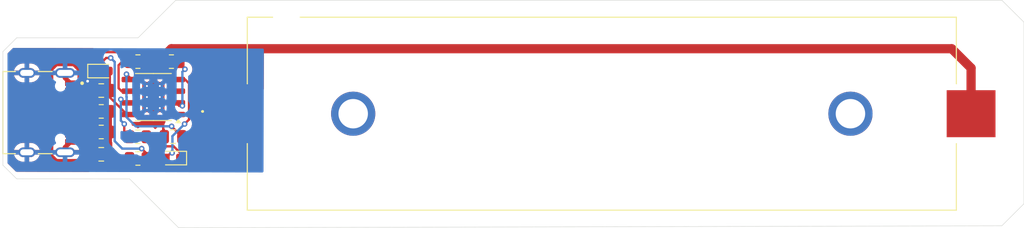
<source format=kicad_pcb>
(kicad_pcb (version 20241229) (generator "pcbnew") (generator_version "9.0")
  (layers (0 "F.Cu" signal) (2 "B.Cu" signal) (13 "F.Paste" user) (15 "B.Paste" user) (5 "F.SilkS" user "F.Silkscreen") (7 "B.SilkS" user "B.Silkscreen") (1 "F.Mask" user) (3 "B.Mask" user) (25 "Edge.Cuts" user))
  (net 0 "")
  (net 1 "GND")
  (net 2 "Net-(D1-A)")
  (net 3 "Net-(U1-BAT)")
  (net 4 "+5V")
  (net 5 "Net-(D1-K)")
  (net 6 "Net-(D2-K)")
  (net 7 "Net-(J6-CC1)")
  (net 9 "Net-(J6-CC2)")
  (net 11 "Net-(U1-PROG)")
  (net 12 "Net-(U1-~{STDBY})")
  (net 13 "Net-(U1-~{CHRG})")
  (footprint "18650 Battery Holder:12BHC186P1GR" (layer "F.Cu") (at 168.65 87.15)
    (property "Reference" "U2" (hide yes))
    (property "Value" "12BHC186P1-GR" (hide yes))
    (fp_line (start -43.4 -0.25) (end -43.4 -0.25) (stroke (width 0.2)) (layer "F.SilkS"))
    (fp_line (start -43.4 -0.25) (end -43.4 -0.25) (stroke (width 0.2)) (layer "F.SilkS"))
    (fp_line (start -43.3 -0.25) (end -43.3 -0.25) (stroke (width 0.2)) (layer "F.SilkS"))
    (fp_line (start -38.5 -10.5) (end -38.5 -10.5) (stroke (width 0.1)) (layer "F.SilkS"))
    (fp_line (start -38.5 -10.5) (end -38.5 -10.5) (stroke (width 0.1)) (layer "F.SilkS"))
    (fp_line (start -38.5 -10.5) (end -38.5 -3.25) (stroke (width 0.1)) (layer "F.SilkS"))
    (fp_line (start -38.5 -10.5) (end -35.75 -10.5) (stroke (width 0.1)) (layer "F.SilkS"))
    (fp_line (start -38.5 -3.25) (end -38.5 -10.5) (stroke (width 0.1)) (layer "F.SilkS"))
    (fp_line (start -38.5 -3.25) (end -38.5 -3.25) (stroke (width 0.1)) (layer "F.SilkS"))
    (fp_line (start -38.5 3.25) (end -38.5 3.25) (stroke (width 0.1)) (layer "F.SilkS"))
    (fp_line (start -38.5 3.25) (end -38.5 10.5) (stroke (width 0.1)) (layer "F.SilkS"))
    (fp_line (start -38.5 10.5) (end -38.5 3.25) (stroke (width 0.1)) (layer "F.SilkS"))
    (fp_line (start -38.5 10.5) (end -38.5 10.5) (stroke (width 0.1)) (layer "F.SilkS"))
    (fp_line (start -38.5 10.5) (end -38.5 10.5) (stroke (width 0.1)) (layer "F.SilkS"))
    (fp_line (start -38.5 10.5) (end 38.5 10.5) (stroke (width 0.1)) (layer "F.SilkS"))
    (fp_line (start -35.75 -10.5) (end -38.5 -10.5) (stroke (width 0.1)) (layer "F.SilkS"))
    (fp_line (start -35.75 -10.5) (end -35.75 -10.5) (stroke (width 0.1)) (layer "F.SilkS"))
    (fp_line (start -32.75 -10.5) (end -32.75 -10.5) (stroke (width 0.1)) (layer "F.SilkS"))
    (fp_line (start -32.75 -10.5) (end 38.5 -10.5) (stroke (width 0.1)) (layer "F.SilkS"))
    (fp_line (start 38.5 -10.5) (end -32.75 -10.5) (stroke (width 0.1)) (layer "F.SilkS"))
    (fp_line (start 38.5 -10.5) (end 38.5 -10.5) (stroke (width 0.1)) (layer "F.SilkS"))
    (fp_line (start 38.5 -10.5) (end 38.5 -10.5) (stroke (width 0.1)) (layer "F.SilkS"))
    (fp_line (start 38.5 -10.5) (end 38.5 -3.25) (stroke (width 0.1)) (layer "F.SilkS"))
    (fp_line (start 38.5 -3.25) (end 38.5 -10.5) (stroke (width 0.1)) (layer "F.SilkS"))
    (fp_line (start 38.5 -3.25) (end 38.5 -3.25) (stroke (width 0.1)) (layer "F.SilkS"))
    (fp_line (start 38.5 3.25) (end 38.5 3.25) (stroke (width 0.1)) (layer "F.SilkS"))
    (fp_line (start 38.5 3.25) (end 38.5 10.5) (stroke (width 0.1)) (layer "F.SilkS"))
    (fp_line (start 38.5 10.5) (end -38.5 10.5) (stroke (width 0.1)) (layer "F.SilkS"))
    (fp_line (start 38.5 10.5) (end 38.5 3.25) (stroke (width 0.1)) (layer "F.SilkS"))
    (fp_line (start 38.5 10.5) (end 38.5 10.5) (stroke (width 0.1)) (layer "F.SilkS"))
    (fp_line (start 38.5 10.5) (end 38.5 10.5) (stroke (width 0.1)) (layer "F.SilkS"))
    (fp_arc (start -43.4 -0.25) (mid -43.35 -0.3) (end -43.3 -0.25) (stroke (width 0.2)) (layer "F.SilkS"))
    (fp_arc (start -43.3 -0.25) (mid -43.35 -0.2) (end -43.4 -0.25) (stroke (width 0.2)) (layer "F.SilkS"))
    (fp_arc (start -43.3 -0.25) (mid -43.35 -0.2) (end -43.4 -0.25) (stroke (width 0.2)) (layer "F.SilkS"))
    (pad "" np_thru_hole circle (at -34.25 -9.75) (size 2 2) (drill 2) (layers "*.Cu" "*.Mask"))
    (pad "1" smd rect (at -40.1 0 90) (size 5.12 5.3) (layers "F.Cu" "F.Mask" "F.Paste") (net 3 "Net-(U1-BAT)"))
    (pad "2" smd rect (at 40.1 0 90) (size 5.12 5.3) (layers "F.Cu" "F.Mask" "F.Paste") (net 1 "GND"))
    (pad "MH1" thru_hole circle (at -27 0) (size 4.8 4.8) (drill 3.2) (layers "*.Cu" "*.Mask"))
    (pad "MH2" thru_hole circle (at 27 0) (size 4.8 4.8) (drill 3.2) (layers "*.Cu" "*.Mask"))
  )
  (footprint "Resistor_SMD:R_0805_2012Metric" (layer "F.Cu") (at 114.29 89.14)
    (property "Reference" "R4" (hide yes))
    (property "Value" "5.1kΩ" (hide yes))
    (fp_line (start -0.227064 -0.735) (end 0.227064 -0.735) (stroke (width 0.12)) (layer "F.SilkS"))
    (fp_line (start -0.227064 0.735) (end 0.227064 0.735) (stroke (width 0.12)) (layer "F.SilkS"))
    (pad "1" smd roundrect (at -0.9125 0) (size 1.025 1.4) (layers "F.Cu" "F.Mask" "F.Paste") (roundrect_rratio 0.243902) (net 9 "Net-(J6-CC2)"))
    (pad "2" smd roundrect (at 0.9125 0) (size 1.025 1.4) (layers "F.Cu" "F.Mask" "F.Paste") (roundrect_rratio 0.243902) (net 1 "GND"))
  )
  (footprint "LED_SMD:LED_0603_1608Metric" (layer "F.Cu") (at 114.31 82.51)
    (property "Reference" "D1" (hide yes))
    (property "Value" "LED" (hide yes))
    (fp_line (start -1.485 -0.735) (end -1.485 0.735) (stroke (width 0.12)) (layer "F.SilkS"))
    (fp_line (start -1.485 0.735) (end 0.8 0.735) (stroke (width 0.12)) (layer "F.SilkS"))
    (fp_line (start 0.8 -0.735) (end -1.485 -0.735) (stroke (width 0.12)) (layer "F.SilkS"))
    (pad "1" smd roundrect (at -0.7875 0) (size 0.875 0.95) (layers "F.Cu" "F.Mask" "F.Paste") (net 5 "Net-(D1-K)"))
    (pad "2" smd roundrect (at 0.7875 0) (size 0.875 0.95) (layers "F.Cu" "F.Mask" "F.Paste") (net 2 "Net-(D1-A)"))
  )
  (footprint "Package_SO:SOIC-8-1EP_3.9x4.9mm_P1.27mm_EP2.41x3.3mm_ThermalVias" (layer "F.Cu") (at 119.95 85.335 180)
    (property "Reference" "U1" (hide yes))
    (property "Value" "TP4056-42-ESOP8" (hide yes))
    (fp_line (start 0 2.56) (end 1.95 2.56) (stroke (width 0.12)) (layer "F.SilkS"))
    (fp_line (start 0 2.56) (end -1.95 2.56) (stroke (width 0.12)) (layer "F.SilkS"))
    (fp_line (start 0 -2.56) (end 1.95 -2.56) (stroke (width 0.12)) (layer "F.SilkS"))
    (fp_line (start 0 -2.56) (end -1.95 -2.56) (stroke (width 0.12)) (layer "F.SilkS"))
    (fp_poly (pts (xy -2.7 -2.465) (xy -2.94 -2.795) (xy -2.46 -2.795)) (stroke (width 0.12)) (fill yes) (layer "F.SilkS"))
    (pad "1" smd roundrect (at -2.475 -1.905 180) (size 1.95 0.6) (layers "F.Cu" "F.Mask" "F.Paste"))
    (pad "2" smd roundrect (at -2.475 -0.635 180) (size 1.95 0.6) (layers "F.Cu" "F.Mask" "F.Paste") (net 11 "Net-(U1-PROG)"))
    (pad "3" smd roundrect (at -2.475 0.635 180) (size 1.95 0.6) (layers "F.Cu" "F.Mask" "F.Paste") (net 1 "GND"))
    (pad "4" smd roundrect (at -2.475 1.905 180) (size 1.95 0.6) (layers "F.Cu" "F.Mask" "F.Paste") (net 2 "Net-(D1-A)"))
    (pad "5" smd roundrect (at 2.475 1.905 180) (size 1.95 0.6) (layers "F.Cu" "F.Mask" "F.Paste") (net 3 "Net-(U1-BAT)"))
    (pad "6" smd roundrect (at 2.475 0.635 180) (size 1.95 0.6) (layers "F.Cu" "F.Mask" "F.Paste") (net 12 "Net-(U1-~{STDBY})"))
    (pad "7" smd roundrect (at 2.475 -0.635 180) (size 1.95 0.6) (layers "F.Cu" "F.Mask" "F.Paste") (net 13 "Net-(U1-~{CHRG})"))
    (pad "8" smd roundrect (at 2.475 -1.905 180) (size 1.95 0.6) (layers "F.Cu" "F.Mask" "F.Paste") (net 2 "Net-(D1-A)"))
    (pad "9" thru_hole circle (at -0.7 -1.2 180) (size 0.5 0.5) (drill 0.2) (property pad_prop_heatsink) (layers "*.Cu") (net 1 "GND"))
    (pad "9" thru_hole circle (at -0.7 0 180) (size 0.5 0.5) (drill 0.2) (property pad_prop_heatsink) (layers "*.Cu") (net 1 "GND"))
    (pad "9" thru_hole circle (at -0.7 1.2 180) (size 0.5 0.5) (drill 0.2) (property pad_prop_heatsink) (layers "*.Cu") (net 1 "GND"))
    (pad "9" smd rect (at 0 0 180) (size 1.9 2.9) (property pad_prop_heatsink) (layers "B.Cu") (net 1 "GND"))
    (pad "9" smd rect (at 0 0 180) (size 2.41 3.3) (property pad_prop_heatsink) (layers "F.Cu" "F.Mask") (net 1 "GND"))
    (pad "9" thru_hole circle (at 0.7 -1.2 180) (size 0.5 0.5) (drill 0.2) (property pad_prop_heatsink) (layers "*.Cu") (net 1 "GND"))
    (pad "9" thru_hole circle (at 0.7 0 180) (size 0.5 0.5) (drill 0.2) (property pad_prop_heatsink) (layers "*.Cu") (net 1 "GND"))
    (pad "9" thru_hole circle (at 0.7 1.2 180) (size 0.5 0.5) (drill 0.2) (property pad_prop_heatsink) (layers "*.Cu") (net 1 "GND"))
  )
  (footprint "Capacitor_SMD:C_0805_2012Metric" (layer "F.Cu") (at 114.29 91.57)
    (property "Reference" "C3" (hide yes))
    (property "Value" "10uF" (hide yes))
    (fp_line (start -0.261252 -0.735) (end 0.261252 -0.735) (stroke (width 0.12)) (layer "F.SilkS"))
    (fp_line (start -0.261252 0.735) (end 0.261252 0.735) (stroke (width 0.12)) (layer "F.SilkS"))
    (pad "1" smd roundrect (at -0.95 0) (size 1 1.45) (layers "F.Cu" "F.Mask" "F.Paste") (net 4 "+5V"))
    (pad "2" smd roundrect (at 0.95 0) (size 1 1.45) (layers "F.Cu" "F.Mask" "F.Paste") (net 1 "GND"))
  )
  (footprint "Resistor_SMD:R_0805_2012Metric" (layer "F.Cu") (at 121.91 81.48 180)
    (property "Reference" "R2" (hide yes))
    (property "Value" "1.33kΩ" (hide yes))
    (fp_line (start -0.227064 0.735) (end 0.227064 0.735) (stroke (width 0.12)) (layer "F.SilkS"))
    (fp_line (start -0.227064 -0.735) (end 0.227064 -0.735) (stroke (width 0.12)) (layer "F.SilkS"))
    (pad "1" smd roundrect (at -0.9125 0 180) (size 1.025 1.4) (layers "F.Cu" "F.Mask" "F.Paste") (roundrect_rratio 0.243902) (net 11 "Net-(U1-PROG)"))
    (pad "2" smd roundrect (at 0.9125 0 180) (size 1.025 1.4) (layers "F.Cu" "F.Mask" "F.Paste") (roundrect_rratio 0.243902) (net 1 "GND"))
  )
  (footprint "Resistor_SMD:R_0805_2012Metric" (layer "F.Cu") (at 118.27 81.48 180)
    (property "Reference" "R3" (hide yes))
    (property "Value" "1kΩ" (hide yes))
    (fp_line (start -0.227064 0.735) (end 0.227064 0.735) (stroke (width 0.12)) (layer "F.SilkS"))
    (fp_line (start -0.227064 -0.735) (end 0.227064 -0.735) (stroke (width 0.12)) (layer "F.SilkS"))
    (pad "1" smd roundrect (at -0.9125 0 180) (size 1.025 1.4) (layers "F.Cu" "F.Mask" "F.Paste") (roundrect_rratio 0.243902) (net 5 "Net-(D1-K)"))
    (pad "2" smd roundrect (at 0.9125 0 180) (size 1.025 1.4) (layers "F.Cu" "F.Mask" "F.Paste") (roundrect_rratio 0.243902) (net 12 "Net-(U1-~{STDBY})"))
  )
  (footprint "Resistor_SMD:R_0805_2012Metric" (layer "F.Cu") (at 114.29 86.9 180)
    (property "Reference" "R28" (hide yes))
    (property "Value" "5.1kΩ" (hide yes))
    (fp_line (start -0.227064 0.735) (end 0.227064 0.735) (stroke (width 0.12)) (layer "F.SilkS"))
    (fp_line (start -0.227064 -0.735) (end 0.227064 -0.735) (stroke (width 0.12)) (layer "F.SilkS"))
    (pad "1" smd roundrect (at -0.9125 0 180) (size 1.025 1.4) (layers "F.Cu" "F.Mask" "F.Paste") (roundrect_rratio 0.243902) (net 1 "GND"))
    (pad "2" smd roundrect (at 0.9125 0 180) (size 1.025 1.4) (layers "F.Cu" "F.Mask" "F.Paste") (roundrect_rratio 0.243902) (net 7 "Net-(J6-CC1)"))
  )
  (footprint "Capacitor_SMD:C_0805_2012Metric" (layer "F.Cu") (at 122.09 89.65)
    (property "Reference" "C2" (hide yes))
    (property "Value" "10uF" (hide yes))
    (fp_line (start -0.261252 -0.735) (end 0.261252 -0.735) (stroke (width 0.12)) (layer "F.SilkS"))
    (fp_line (start -0.261252 0.735) (end 0.261252 0.735) (stroke (width 0.12)) (layer "F.SilkS"))
    (pad "1" smd roundrect (at -0.95 0) (size 1 1.45) (layers "F.Cu" "F.Mask" "F.Paste") (net 1 "GND"))
    (pad "2" smd roundrect (at 0.95 0) (size 1 1.45) (layers "F.Cu" "F.Mask" "F.Paste") (net 3 "Net-(U1-BAT)"))
  )
  (footprint "LED_SMD:LED_0603_1608Metric" (layer "F.Cu") (at 122.07 91.98 180)
    (property "Reference" "D2" (hide yes))
    (property "Value" "LED" (hide yes))
    (fp_line (start 0.8 -0.735) (end -1.485 -0.735) (stroke (width 0.12)) (layer "F.SilkS"))
    (fp_line (start -1.485 0.735) (end 0.8 0.735) (stroke (width 0.12)) (layer "F.SilkS"))
    (fp_line (start -1.485 -0.735) (end -1.485 0.735) (stroke (width 0.12)) (layer "F.SilkS"))
    (pad "1" smd roundrect (at -0.7875 0 180) (size 0.875 0.95) (layers "F.Cu" "F.Mask" "F.Paste") (net 6 "Net-(D2-K)"))
    (pad "2" smd roundrect (at 0.7875 0 180) (size 0.875 0.95) (layers "F.Cu" "F.Mask" "F.Paste") (net 2 "Net-(D1-A)"))
  )
  (footprint "Resistor_SMD:R_0805_2012Metric" (layer "F.Cu") (at 118.27 92.02)
    (property "Reference" "R1" (hide yes))
    (property "Value" "0.4Ω" (hide yes))
    (fp_line (start -0.227064 -0.735) (end 0.227064 -0.735) (stroke (width 0.12)) (layer "F.SilkS"))
    (fp_line (start -0.227064 0.735) (end 0.227064 0.735) (stroke (width 0.12)) (layer "F.SilkS"))
    (pad "1" smd roundrect (at -0.9125 0) (size 1.025 1.4) (layers "F.Cu" "F.Mask" "F.Paste") (roundrect_rratio 0.243902) (net 4 "+5V"))
    (pad "2" smd roundrect (at 0.9125 0) (size 1.025 1.4) (layers "F.Cu" "F.Mask" "F.Paste") (roundrect_rratio 0.243902) (net 2 "Net-(D1-A)"))
  )
  (footprint "Resistor_SMD:R_0805_2012Metric" (layer "F.Cu") (at 118.27 89.66 180)
    (property "Reference" "R5" (hide yes))
    (property "Value" "1kΩ" (hide yes))
    (fp_line (start -0.227064 0.735) (end 0.227064 0.735) (stroke (width 0.12)) (layer "F.SilkS"))
    (fp_line (start -0.227064 -0.735) (end 0.227064 -0.735) (stroke (width 0.12)) (layer "F.SilkS"))
    (pad "1" smd roundrect (at -0.9125 0 180) (size 1.025 1.4) (layers "F.Cu" "F.Mask" "F.Paste") (roundrect_rratio 0.243902) (net 6 "Net-(D2-K)"))
    (pad "2" smd roundrect (at 0.9125 0 180) (size 1.025 1.4) (layers "F.Cu" "F.Mask" "F.Paste") (roundrect_rratio 0.243902) (net 13 "Net-(U1-~{CHRG})"))
  )
  (footprint "Type C_MOD:KINGHELM_KH-TYPE-C-16P" (layer "F.Cu") (at 106.21 87.03 -90)
    (property "Reference" "J6" (hide yes))
    (property "Value" "KH-TYPE-C-16P" (hide yes))
    (fp_line (start -4.47 2.6) (end 4.47 2.6) (stroke (width 0.127)) (layer "F.SilkS"))
    (fp_line (start -4.47 2.6) (end -4.47 1.25) (stroke (width 0.127)) (layer "F.SilkS"))
    (fp_line (start 4.47 2.6) (end 4.47 1.25) (stroke (width 0.127)) (layer "F.SilkS"))
    (fp_line (start -4.47 -2.75) (end -4.47 -1.25) (stroke (width 0.127)) (layer "F.SilkS"))
    (fp_line (start 4.47 -2.75) (end 4.47 -1.25) (stroke (width 0.127)) (layer "F.SilkS"))
    (fp_circle (center -3.2 -6) (end -3.1 -6) (stroke (width 0.2)) (fill no) (layer "F.SilkS"))
    (pad "" np_thru_hole circle (at -2.89 -3.65 270) (size 0.7 0.7) (drill 0.7) (layers "*.Cu" "*.Mask"))
    (pad "" np_thru_hole circle (at 2.89 -3.65 270) (size 0.7 0.7) (drill 0.7) (layers "*.Cu" "*.Mask"))
    (pad "A1_B12" smd rect (at -3.2 -4.725 270) (size 0.6 1.15) (layers "F.Cu" "F.Mask" "F.Paste") (net 1 "GND"))
    (pad "A4_B9" smd rect (at -2.4 -4.725 270) (size 0.6 1.15) (layers "F.Cu" "F.Mask" "F.Paste") (net 4 "+5V"))
    (pad "A5" smd rect (at -1.25 -4.725 270) (size 0.3 1.15) (layers "F.Cu" "F.Mask" "F.Paste") (net 7 "Net-(J6-CC1)"))
    (pad "A6" smd rect (at -0.25 -4.725 270) (size 0.3 1.15) (layers "F.Cu" "F.Mask" "F.Paste"))
    (pad "A7" smd rect (at 0.25 -4.725 270) (size 0.3 1.15) (layers "F.Cu" "F.Mask" "F.Paste"))
    (pad "A8" smd rect (at 1.25 -4.725 270) (size 0.3 1.15) (layers "F.Cu" "F.Mask" "F.Paste"))
    (pad "A9_B4" smd rect (at 2.4 -4.725 270) (size 0.6 1.15) (layers "F.Cu" "F.Mask" "F.Paste") (net 4 "+5V"))
    (pad "A12_B1" smd rect (at 3.2 -4.725 270) (size 0.6 1.15) (layers "F.Cu" "F.Mask" "F.Paste") (net 1 "GND"))
    (pad "B5" smd rect (at 1.75 -4.725 270) (size 0.3 1.15) (layers "F.Cu" "F.Mask" "F.Paste") (net 9 "Net-(J6-CC2)"))
    (pad "B6" smd rect (at 0.75 -4.725 270) (size 0.3 1.15) (layers "F.Cu" "F.Mask" "F.Paste"))
    (pad "B7" smd rect (at -0.75 -4.725 270) (size 0.3 1.15) (layers "F.Cu" "F.Mask" "F.Paste"))
    (pad "B8" smd rect (at -1.75 -4.725 270) (size 0.3 1.15) (layers "F.Cu" "F.Mask" "F.Paste"))
    (pad "SH1" thru_hole oval (at -4.32 0 270) (size 1.05 1.85) (drill oval 0.65 1.45) (layers "*.Cu" "*.Mask") (net 1 "GND"))
    (pad "SH2" thru_hole oval (at 4.32 0 270) (size 1.05 1.85) (drill oval 0.65 1.45) (layers "*.Cu" "*.Mask") (net 1 "GND"))
    (pad "SH3" thru_hole oval (at -4.32 -4.15 270) (size 1.05 2.15) (drill oval 0.65 1.75) (layers "*.Cu" "*.Mask") (net 1 "GND"))
    (pad "SH4" thru_hole oval (at 4.32 -4.15 270) (size 1.05 2.15) (drill oval 0.65 1.75) (layers "*.Cu" "*.Mask") (net 1 "GND"))
  )
  (footprint "Capacitor_SMD:C_0805_2012Metric" (layer "F.Cu") (at 114.29 84.63)
    (property "Reference" "C1" (hide yes))
    (property "Value" "10uF" (hide yes))
    (fp_line (start -0.261252 -0.735) (end 0.261252 -0.735) (stroke (width 0.12)) (layer "F.SilkS"))
    (fp_line (start -0.261252 0.735) (end 0.261252 0.735) (stroke (width 0.12)) (layer "F.SilkS"))
    (pad "1" smd roundrect (at -0.95 0) (size 1 1.45) (layers "F.Cu" "F.Mask" "F.Paste") (net 1 "GND"))
    (pad "2" smd roundrect (at 0.95 0) (size 1 1.45) (layers "F.Cu" "F.Mask" "F.Paste") (net 2 "Net-(D1-A)"))
  )
  (gr_line (start 214.49 77.186295) (end 214.49 96.95) (stroke (width 0.05)) (layer "Edge.Cuts"))
  (gr_line (start 214.49 96.95) (end 212.09 99.35) (stroke (width 0.05)) (layer "Edge.Cuts"))
  (gr_line (start 103.61 80.39) (end 105.11 78.89) (stroke (width 0.05)) (layer "Edge.Cuts"))
  (gr_line (start 117.3798 94.25112) (end 105.11 94.23934) (stroke (width 0.05)) (layer "Edge.Cuts"))
  (gr_line (start 105.11 94.23934) (end 103.61 92.750254) (stroke (width 0.05)) (layer "Edge.Cuts"))
  (gr_line (start 118.29 78.89) (end 122.38331 74.799811) (stroke (width 0.05)) (layer "Edge.Cuts"))
  (gr_line (start 212.09 74.799762) (end 214.49 77.186295) (stroke (width 0.05)) (layer "Edge.Cuts"))
  (gr_line (start 105.11 78.89) (end 118.29 78.89) (stroke (width 0.05)) (layer "Edge.Cuts"))
  (gr_line (start 103.61 92.750254) (end 103.61 80.39) (stroke (width 0.05)) (layer "Edge.Cuts"))
  (gr_line (start 212.09 99.35) (end 122.6893 99.559856) (stroke (width 0.05)) (layer "Edge.Cuts"))
  (gr_line (start 117.3798 94.25112) (end 122.6893 99.559856) (stroke (width 0.05)) (layer "Edge.Cuts"))
  (gr_line (start 122.38331 74.799811) (end 212.09 74.799762) (stroke (width 0.05)) (layer "Edge.Cuts"))
  (segment (start 110.36 82.71) (end 110.36 83.255) (width 0.5) (layer "F.Cu") (net 1))
  (segment (start 112.81 83.61) (end 112.81 84.1) (width 0.5) (layer "F.Cu") (net 1))
  (segment (start 122.425 84.7) (end 120.585 84.7) (width 0.5) (layer "F.Cu") (net 1))
  (segment (start 208.75 87.15) (end 208.75 82.18) (width 1) (layer "F.Cu") (net 1))
  (segment (start 112.81 84.1) (end 113.34 84.63) (width 0.5) (layer "F.Cu") (net 1))
  (segment (start 110.36 91.35) (end 110.36 90.805) (width 0.5) (layer "F.Cu") (net 1))
  (segment (start 120.9975 80.9825) (end 120.9975 81.48) (width 1) (layer "F.Cu") (net 1))
  (segment (start 121.901 80.079) (end 120.9975 80.9825) (width 1) (layer "F.Cu") (net 1))
  (segment (start 110.36 83.255) (end 110.935 83.83) (width 0.5) (layer "F.Cu") (net 1))
  (segment (start 208.75 82.18) (end 206.649 80.079) (width 1) (layer "F.Cu") (net 1))
  (segment (start 206.649 80.079) (end 121.901 80.079) (width 1) (layer "F.Cu") (net 1))
  (segment (start 120.585 84.7) (end 119.95 85.335) (width 0.5) (layer "F.Cu") (net 1))
  (segment (start 113.34 84.63) (end 113.34 85.0375) (width 0.5) (layer "F.Cu") (net 1))
  (segment (start 113.34 85.0375) (end 115.2025 86.9) (width 0.5) (layer "F.Cu") (net 1))
  (segment (start 110.36 90.805) (end 110.935 90.23) (width 0.5) (layer "F.Cu") (net 1))
  (via (at 112.81 83.61) (size 0.6) (drill 0.3) (layers "F.Cu" "B.Cu") (net 1))
  (segment (start 111.91 82.71) (end 112.81 83.61) (width 0.5) (layer "B.Cu") (net 1))
  (segment (start 110.36 82.71) (end 111.91 82.71) (width 0.5) (layer "B.Cu") (net 1))
  (segment (start 119.1825 92.02) (end 119.1825 91.4525) (width 0.25) (layer "F.Cu") (net 2))
  (segment (start 123.399999 83.43) (end 123.82 83.850001) (width 0.25) (layer "F.Cu") (net 2))
  (segment (start 121.84563 91.41687) (end 121.2825 91.98) (width 0.25) (layer "F.Cu") (net 2))
  (segment (start 122.425 83.43) (end 123.399999 83.43) (width 0.25) (layer "F.Cu") (net 2))
  (segment (start 123.82 83.850001) (end 123.82 87.79) (width 0.25) (layer "F.Cu") (net 2))
  (segment (start 114.78 82.51) (end 115.0975 82.51) (width 0.25) (layer "F.Cu") (net 2))
  (segment (start 117.092678 87.24) (end 117.475 87.24) (width 0.25) (layer "F.Cu") (net 2))
  (segment (start 119.1825 91.4525) (end 118.68 90.95) (width 0.25) (layer "F.Cu") (net 2))
  (segment (start 114.821 81.079) (end 114.53 81.37) (width 0.25) (layer "F.Cu") (net 2))
  (segment (start 115.32 81.079) (end 114.821 81.079) (width 0.25) (layer "F.Cu") (net 2))
  (segment (start 119.2225 91.98) (end 119.1825 92.02) (width 0.25) (layer "F.Cu") (net 2))
  (segment (start 115.24 84.63) (end 115.24 85.387322) (width 0.25) (layer "F.Cu") (net 2))
  (segment (start 115.24 85.387322) (end 117.092678 87.24) (width 0.25) (layer "F.Cu") (net 2))
  (segment (start 114.53 82.26) (end 114.78 82.51) (width 0.25) (layer "F.Cu") (net 2))
  (segment (start 121.984445 91.41687) (end 121.84563 91.41687) (width 0.25) (layer "F.Cu") (net 2))
  (segment (start 114.53 81.37) (end 114.53 82.26) (width 0.25) (layer "F.Cu") (net 2))
  (segment (start 121.2825 91.98) (end 119.2225 91.98) (width 0.25) (layer "F.Cu") (net 2))
  (segment (start 115.0975 82.51) (end 115.0975 84.4875) (width 0.5) (layer "F.Cu") (net 2))
  (segment (start 115.0975 84.4875) (end 115.24 84.63) (width 0.5) (layer "F.Cu") (net 2))
  (segment (start 123.82 87.79) (end 123.34 88.27) (width 0.25) (layer "F.Cu") (net 2))
  (via (at 115.32 81.079) (size 0.6) (drill 0.3) (layers "F.Cu" "B.Cu") (net 2))
  (via (at 118.68 90.95) (size 0.6) (drill 0.3) (layers "F.Cu" "B.Cu") (net 2))
  (via (at 123.34 88.27) (size 0.6) (drill 0.3) (layers "F.Cu" "B.Cu") (net 2))
  (via (at 121.984445 91.41687) (size 0.6) (drill 0.3) (layers "F.Cu" "B.Cu") (net 2))
  (segment (start 115.75 90.13) (end 116.57 90.95) (width 0.25) (layer "B.Cu") (net 2))
  (segment (start 115.32 81.079) (end 115.75 81.509) (width 0.25) (layer "B.Cu") (net 2))
  (segment (start 115.75 81.509) (end 115.75 90.13) (width 0.25) (layer "B.Cu") (net 2))
  (segment (start 116.57 90.95) (end 118.68 90.95) (width 0.25) (layer "B.Cu") (net 2))
  (segment (start 122.02 91.381315) (end 122.02 89.59) (width 0.25) (layer "B.Cu") (net 2))
  (segment (start 122.02 89.59) (end 123.34 88.27) (width 0.25) (layer "B.Cu") (net 2))
  (segment (start 121.984445 91.41687) (end 122.02 91.381315) (width 0.25) (layer "B.Cu") (net 2))
  (segment (start 128.55 87.15) (end 126.05 89.65) (width 1) (layer "F.Cu") (net 3))
  (segment (start 117.475 83.43) (end 117.475 83.295) (width 0.25) (layer "F.Cu") (net 3))
  (segment (start 117.475 83.295) (end 117.03 82.85) (width 0.25) (layer "F.Cu") (net 3))
  (segment (start 121.93 88.54) (end 123.04 89.65) (width 0.25) (layer "F.Cu") (net 3))
  (segment (start 126.05 89.65) (end 123.04 89.65) (width 1) (layer "F.Cu") (net 3))
  (segment (start 121.93 88.52) (end 121.93 88.54) (width 0.25) (layer "F.Cu") (net 3))
  (via (at 121.93 88.52) (size 0.6) (drill 0.3) (layers "F.Cu" "B.Cu") (net 3))
  (via (at 117.03 82.85) (size 0.6) (drill 0.3) (layers "F.Cu" "B.Cu") (net 3))
  (segment (start 118.03 88.52) (end 121.93 88.52) (width 0.25) (layer "B.Cu") (net 3))
  (segment (start 117.03 87.52) (end 118.03 88.52) (width 0.25) (layer "B.Cu") (net 3))
  (segment (start 117.03 82.85) (end 117.03 85.314702) (width 0.25) (layer "B.Cu") (net 3))
  (segment (start 117.046 85.849298) (end 117.03 85.865298) (width 0.25) (layer "B.Cu") (net 3))
  (segment (start 117.03 85.865298) (end 117.03 87.52) (width 0.25) (layer "B.Cu") (net 3))
  (segment (start 117.046 85.330702) (end 117.046 85.849298) (width 0.25) (layer "B.Cu") (net 3))
  (segment (start 117.03 85.314702) (end 117.046 85.330702) (width 0.25) (layer "B.Cu") (net 3))
  (segment (start 111.314272 81.734) (end 109.405728 81.734) (width 0.5) (layer "F.Cu") (net 4))
  (segment (start 108.834 82.305728) (end 108.834 91.754272) (width 0.5) (layer "F.Cu") (net 4))
  (segment (start 110.935 84.63) (end 111.912 84.63) (width 0.5) (layer "F.Cu") (net 4))
  (segment (start 110.935 89.43) (end 111.67 89.43) (width 0.5) (layer "F.Cu") (net 4))
  (segment (start 117.3575 92.5025) (end 116.77 93.09) (width 0.5) (layer "F.Cu") (net 4))
  (segment (start 112.584 92.326) (end 113.34 91.57) (width 0.5) (layer "F.Cu") (net 4))
  (segment (start 111.912 84.63) (end 111.961 84.581) (width 0.5) (layer "F.Cu") (net 4))
  (segment (start 117.3575 92.02) (end 117.3575 92.5025) (width 0.5) (layer "F.Cu") (net 4))
  (segment (start 113.88 93.09) (end 113.34 92.55) (width 0.5) (layer "F.Cu") (net 4))
  (segment (start 109.405728 81.734) (end 108.834 82.305728) (width 0.5) (layer "F.Cu") (net 4))
  (segment (start 113.34 92.55) (end 113.34 91.57) (width 0.5) (layer "F.Cu") (net 4))
  (segment (start 108.834 91.754272) (end 109.405728 92.326) (width 0.5) (layer "F.Cu") (net 4))
  (segment (start 111.961 84.581) (end 111.961 82.380728) (width 0.5) (layer "F.Cu") (net 4))
  (segment (start 109.405728 92.326) (end 112.584 92.326) (width 0.5) (layer "F.Cu") (net 4))
  (segment (start 111.961 82.380728) (end 111.314272 81.734) (width 0.5) (layer "F.Cu") (net 4))
  (segment (start 113.34 91.1) (end 113.34 91.57) (width 0.5) (layer "F.Cu") (net 4))
  (segment (start 116.77 93.09) (end 113.88 93.09) (width 0.5) (layer "F.Cu") (net 4))
  (segment (start 111.67 89.43) (end 113.34 91.1) (width 0.5) (layer "F.Cu") (net 4))
  (segment (start 114.126 80.454) (end 118.814 80.454) (width 0.25) (layer "F.Cu") (net 5))
  (segment (start 118.814 80.454) (end 119.1825 80.8225) (width 0.25) (layer "F.Cu") (net 5))
  (segment (start 113.5225 82.51) (end 113.5225 81.0575) (width 0.25) (layer "F.Cu") (net 5))
  (segment (start 113.5225 81.0575) (end 114.126 80.454) (width 0.25) (layer "F.Cu") (net 5))
  (segment (start 119.1825 80.8225) (end 119.1825 81.48) (width 0.25) (layer "F.Cu") (net 5))
  (segment (start 120.2235 90.701) (end 119.1825 89.66) (width 0.25) (layer "F.Cu") (net 6))
  (segment (start 122.8575 91.404627) (end 122.153873 90.701) (width 0.25) (layer "F.Cu") (net 6))
  (segment (start 122.8575 91.98) (end 122.8575 91.404627) (width 0.25) (layer "F.Cu") (net 6))
  (segment (start 122.153873 90.701) (end 120.2235 90.701) (width 0.25) (layer "F.Cu") (net 6))
  (segment (start 112.9575 85.78) (end 110.935 85.78) (width 0.25) (layer "F.Cu") (net 7))
  (segment (start 113.3775 86.9) (end 113.3775 86.2) (width 0.25) (layer "F.Cu") (net 7))
  (segment (start 113.3775 86.2) (end 112.9575 85.78) (width 0.25) (layer "F.Cu") (net 7))
  (segment (start 113.0175 88.78) (end 110.935 88.78) (width 0.25) (layer "F.Cu") (net 9))
  (segment (start 113.3775 89.14) (end 113.0175 88.78) (width 0.25) (layer "F.Cu") (net 9))
  (segment (start 122.745 86.29) (end 122.425 85.97) (width 0.25) (layer "F.Cu") (net 11))
  (segment (start 122.8225 81.7525) (end 123.38 82.31) (width 0.25) (layer "F.Cu") (net 11))
  (segment (start 122.8225 81.48) (end 122.8225 81.7525) (width 0.25) (layer "F.Cu") (net 11))
  (segment (start 123.101 86.29) (end 122.745 86.29) (width 0.25) (layer "F.Cu") (net 11))
  (via (at 123.38 82.31) (size 0.6) (drill 0.3) (layers "F.Cu" "B.Cu") (net 11))
  (via (at 123.101 86.29) (size 0.6) (drill 0.3) (layers "F.Cu" "B.Cu") (net 11))
  (segment (start 123.101 82.589) (end 123.101 86.29) (width 0.25) (layer "B.Cu") (net 11))
  (segment (start 123.38 82.31) (end 123.101 82.589) (width 0.25) (layer "B.Cu") (net 11))
  (segment (start 116.500001 84.7) (end 117.475 84.7) (width 0.25) (layer "F.Cu") (net 12))
  (segment (start 116.57 81.48) (end 116.174 81.876) (width 0.25) (layer "F.Cu") (net 12))
  (segment (start 116.174 81.876) (end 116.174 84.373999) (width 0.25) (layer "F.Cu") (net 12))
  (segment (start 117.3575 81.48) (end 116.57 81.48) (width 0.25) (layer "F.Cu") (net 12))
  (segment (start 116.174 84.373999) (end 116.500001 84.7) (width 0.25) (layer "F.Cu") (net 12))
  (segment (start 116.79 88.27) (end 116.79 89.0925) (width 0.25) (layer "F.Cu") (net 13))
  (segment (start 116.8 85.97) (end 116.42 85.59) (width 0.25) (layer "F.Cu") (net 13))
  (segment (start 116.79 89.0925) (end 117.3575 89.66) (width 0.25) (layer "F.Cu") (net 13))
  (segment (start 117.475 85.97) (end 116.8 85.97) (width 0.25) (layer "F.Cu") (net 13))
  (via (at 116.79 88.27) (size 0.6) (drill 0.3) (layers "F.Cu" "B.Cu") (net 13))
  (via (at 116.42 85.59) (size 0.6) (drill 0.3) (layers "F.Cu" "B.Cu") (net 13))
  (segment (start 116.42 87.9) (end 116.79 88.27) (width 0.25) (layer "B.Cu") (net 13))
  (segment (start 116.42 85.59) (end 116.42 87.9) (width 0.25) (layer "B.Cu") (net 13))
  (zone (net 1) (net_name "GND") (layers "F.Cu" "B.Cu") (connect_pads (clearance 0.5)) (min_thickness 0.25) (fill yes (thermal_gap 0.5) (thermal_bridge_width 0.5))
    (polygon (pts (xy 103.99 79.99) (xy 131.95 80.06) (xy 131.908533 93.547047) (xy 103.99 93.467051)))
  )
)
</source>
